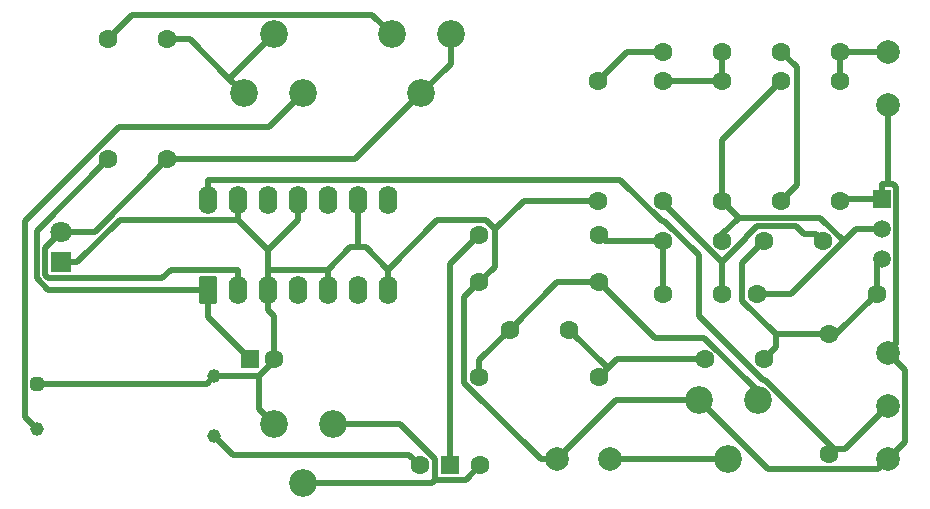
<source format=gbr>
%TF.GenerationSoftware,KiCad,Pcbnew,9.0.6*%
%TF.CreationDate,2025-12-13T19:46:04+02:00*%
%TF.ProjectId,colorsound_wah,636f6c6f-7273-46f7-956e-645f7761682e,rev?*%
%TF.SameCoordinates,Original*%
%TF.FileFunction,Copper,L2,Bot*%
%TF.FilePolarity,Positive*%
%FSLAX46Y46*%
G04 Gerber Fmt 4.6, Leading zero omitted, Abs format (unit mm)*
G04 Created by KiCad (PCBNEW 9.0.6) date 2025-12-13 19:46:04*
%MOMM*%
%LPD*%
G01*
G04 APERTURE LIST*
G04 Aperture macros list*
%AMRoundRect*
0 Rectangle with rounded corners*
0 $1 Rounding radius*
0 $2 $3 $4 $5 $6 $7 $8 $9 X,Y pos of 4 corners*
0 Add a 4 corners polygon primitive as box body*
4,1,4,$2,$3,$4,$5,$6,$7,$8,$9,$2,$3,0*
0 Add four circle primitives for the rounded corners*
1,1,$1+$1,$2,$3*
1,1,$1+$1,$4,$5*
1,1,$1+$1,$6,$7*
1,1,$1+$1,$8,$9*
0 Add four rect primitives between the rounded corners*
20,1,$1+$1,$2,$3,$4,$5,0*
20,1,$1+$1,$4,$5,$6,$7,0*
20,1,$1+$1,$6,$7,$8,$9,0*
20,1,$1+$1,$8,$9,$2,$3,0*%
G04 Aperture macros list end*
%TA.AperFunction,ComponentPad*%
%ADD10RoundRect,0.250000X0.550000X-0.950000X0.550000X0.950000X-0.550000X0.950000X-0.550000X-0.950000X0*%
%TD*%
%TA.AperFunction,ComponentPad*%
%ADD11O,1.600000X2.400000*%
%TD*%
%TA.AperFunction,ComponentPad*%
%ADD12R,1.500000X1.500000*%
%TD*%
%TA.AperFunction,ComponentPad*%
%ADD13C,1.600000*%
%TD*%
%TA.AperFunction,ComponentPad*%
%ADD14C,2.340000*%
%TD*%
%TA.AperFunction,ComponentPad*%
%ADD15C,2.000000*%
%TD*%
%TA.AperFunction,ComponentPad*%
%ADD16RoundRect,0.250000X-0.550000X-0.550000X0.550000X-0.550000X0.550000X0.550000X-0.550000X0.550000X0*%
%TD*%
%TA.AperFunction,ComponentPad*%
%ADD17RoundRect,0.287500X-0.287500X-0.287500X0.287500X-0.287500X0.287500X0.287500X-0.287500X0.287500X0*%
%TD*%
%TA.AperFunction,ComponentPad*%
%ADD18C,1.150000*%
%TD*%
%TA.AperFunction,ComponentPad*%
%ADD19C,1.500000*%
%TD*%
%TA.AperFunction,ComponentPad*%
%ADD20R,1.800000X1.800000*%
%TD*%
%TA.AperFunction,ComponentPad*%
%ADD21C,1.800000*%
%TD*%
%TA.AperFunction,Conductor*%
%ADD22C,0.500000*%
%TD*%
G04 APERTURE END LIST*
D10*
%TO.P,U1,1*%
%TO.N,Net-(C6-Pad1)*%
X143960000Y-89620000D03*
D11*
%TO.P,U1,2*%
%TO.N,Net-(D1-A)*%
X146500000Y-89620000D03*
%TO.P,U1,3*%
%TO.N,GND*%
X149040000Y-89620000D03*
%TO.P,U1,4*%
%TO.N,unconnected-(U1-Pad4)*%
X151580000Y-89620000D03*
%TO.P,U1,5*%
%TO.N,GND*%
X154120000Y-89620000D03*
%TO.P,U1,6*%
%TO.N,unconnected-(U1-Pad6)*%
X156660000Y-89620000D03*
%TO.P,U1,7,VSS*%
%TO.N,GND*%
X159200000Y-89620000D03*
%TO.P,U1,8*%
%TO.N,unconnected-(U1-Pad8)*%
X159200000Y-82000000D03*
%TO.P,U1,9*%
%TO.N,GND*%
X156660000Y-82000000D03*
%TO.P,U1,10*%
%TO.N,unconnected-(U1-Pad10)*%
X154120000Y-82000000D03*
%TO.P,U1,11*%
%TO.N,GND*%
X151580000Y-82000000D03*
%TO.P,U1,12*%
%TO.N,unconnected-(U1-Pad12)*%
X149040000Y-82000000D03*
%TO.P,U1,13*%
%TO.N,GND*%
X146500000Y-82000000D03*
%TO.P,U1,14,VDD*%
%TO.N,VCC*%
X143960000Y-82000000D03*
%TD*%
D12*
%TO.P,SW1,1,B*%
%TO.N,Net-(SW1-B)*%
X164460000Y-104500000D03*
D13*
%TO.P,SW1,2,C*%
%TO.N,Net-(SW1-C)*%
X161920000Y-104500000D03*
%TO.P,SW1,3,A*%
%TO.N,Net-(SW1-A)*%
X167000000Y-104500000D03*
%TD*%
D14*
%TO.P,RV2,1,1*%
%TO.N,Net-(R10-Pad1)*%
X147000000Y-73000000D03*
%TO.P,RV2,2,2*%
X149500000Y-68000000D03*
%TO.P,RV2,3,3*%
%TO.N,Net-(U2-+)*%
X152000000Y-73000000D03*
%TD*%
D13*
%TO.P,R12,1*%
%TO.N,Net-(C7-Pad2)*%
X166920000Y-97000000D03*
%TO.P,R12,2*%
%TO.N,Net-(C2-Pad2)*%
X177080000Y-97000000D03*
%TD*%
%TO.P,R8,1*%
%TO.N,Net-(C3-Pad1)*%
X177000000Y-71920000D03*
%TO.P,R8,2*%
%TO.N,GND*%
X177000000Y-82080000D03*
%TD*%
%TO.P,R7,1*%
%TO.N,Net-(C5-Pad2)*%
X182500000Y-82080000D03*
%TO.P,R7,2*%
%TO.N,Net-(C3-Pad2)*%
X182500000Y-71920000D03*
%TD*%
%TO.P,R9,1*%
%TO.N,Net-(C4-Pad2)*%
X177080000Y-85000000D03*
%TO.P,R9,2*%
%TO.N,Net-(SW1-B)*%
X166920000Y-85000000D03*
%TD*%
%TO.P,R11,1*%
%TO.N,Net-(R11-Pad1)*%
X135500000Y-68420000D03*
%TO.P,R11,2*%
%TO.N,Net-(C6-Pad1)*%
X135500000Y-78580000D03*
%TD*%
D14*
%TO.P,RV4,1,1*%
%TO.N,Net-(C7-Pad2)*%
X190495000Y-99000000D03*
%TO.P,RV4,2,2*%
%TO.N,Output*%
X187995000Y-104000000D03*
%TO.P,RV4,3,3*%
%TO.N,GND*%
X185495000Y-99000000D03*
%TD*%
%TO.P,RV1,1,1*%
%TO.N,Net-(SW1-A)*%
X154500000Y-101000000D03*
%TO.P,RV1,2,2*%
X152000000Y-106000000D03*
%TO.P,RV1,3,3*%
%TO.N,GND*%
X149500000Y-101000000D03*
%TD*%
D13*
%TO.P,R6,1*%
%TO.N,Net-(C3-Pad2)*%
X187500000Y-71920000D03*
%TO.P,R6,2*%
%TO.N,Net-(Q1-B)*%
X187500000Y-82080000D03*
%TD*%
%TO.P,R3,1*%
%TO.N,Net-(Q1-C)*%
X200580000Y-90000000D03*
%TO.P,R3,2*%
%TO.N,Net-(Q1-B)*%
X190420000Y-90000000D03*
%TD*%
%TO.P,R2,2*%
%TO.N,GND*%
X197500000Y-82080000D03*
%TO.P,R2,1*%
%TO.N,Input guitar*%
X197500000Y-71920000D03*
%TD*%
D15*
%TO.P,H7,1,1*%
%TO.N,GND*%
X201500000Y-104000000D03*
%TD*%
%TO.P,H6,1,1*%
%TO.N,GND*%
X201500000Y-95000000D03*
%TD*%
%TO.P,H1,1,1*%
%TO.N,Input guitar*%
X201500000Y-69500000D03*
%TD*%
D13*
%TO.P,C5,1*%
%TO.N,Net-(C4-Pad2)*%
X182500000Y-90000000D03*
%TO.P,C5,2*%
%TO.N,Net-(C5-Pad2)*%
X187500000Y-90000000D03*
%TD*%
D15*
%TO.P,H4,1,1*%
%TO.N,GND*%
X173500000Y-104000000D03*
%TD*%
D13*
%TO.P,R1,2*%
%TO.N,Net-(C1-Pad2)*%
X192500000Y-82080000D03*
%TO.P,R1,1*%
%TO.N,Net-(Q1-B)*%
X192500000Y-71920000D03*
%TD*%
D15*
%TO.P,H2,1,1*%
%TO.N,Output*%
X178000000Y-104000000D03*
%TD*%
%TO.P,H3,1,1*%
%TO.N,VCC*%
X201500000Y-99500000D03*
%TD*%
%TO.P,H5,1,1*%
%TO.N,GND*%
X201500000Y-74000000D03*
%TD*%
D13*
%TO.P,C7,2*%
%TO.N,Net-(C7-Pad2)*%
X169500000Y-93000000D03*
%TO.P,C7,1*%
%TO.N,Net-(C2-Pad2)*%
X174500000Y-93000000D03*
%TD*%
%TO.P,C8,1*%
%TO.N,Net-(C5-Pad2)*%
X196000000Y-85500000D03*
%TO.P,C8,2*%
%TO.N,Net-(Q1-C)*%
X191000000Y-85500000D03*
%TD*%
%TO.P,C4,1*%
%TO.N,Net-(Q1-B)*%
X187500000Y-85500000D03*
%TO.P,C4,2*%
%TO.N,Net-(C4-Pad2)*%
X182500000Y-85500000D03*
%TD*%
%TO.P,C2,2*%
%TO.N,Net-(C2-Pad2)*%
X186000000Y-95500000D03*
%TO.P,C2,1*%
%TO.N,Net-(Q1-C)*%
X191000000Y-95500000D03*
%TD*%
%TO.P,C1,2*%
%TO.N,Net-(C1-Pad2)*%
X192500000Y-69500000D03*
%TO.P,C1,1*%
%TO.N,Input guitar*%
X197500000Y-69500000D03*
%TD*%
%TO.P,R5,1*%
%TO.N,Net-(C7-Pad2)*%
X177080000Y-89000000D03*
%TO.P,R5,2*%
%TO.N,GND*%
X166920000Y-89000000D03*
%TD*%
%TO.P,R10,1*%
%TO.N,Net-(R10-Pad1)*%
X140500000Y-68420000D03*
%TO.P,R10,2*%
%TO.N,Net-(D1-A)*%
X140500000Y-78580000D03*
%TD*%
D16*
%TO.P,C6,1*%
%TO.N,Net-(C6-Pad1)*%
X147544900Y-95500000D03*
D13*
%TO.P,C6,2*%
%TO.N,GND*%
X149544900Y-95500000D03*
%TD*%
%TO.P,R4,2*%
%TO.N,Net-(Q1-C)*%
X196500000Y-93420000D03*
%TO.P,R4,1*%
%TO.N,VCC*%
X196500000Y-103580000D03*
%TD*%
D14*
%TO.P,RV3,1,1*%
%TO.N,Net-(D1-A)*%
X164500000Y-68000000D03*
%TO.P,RV3,2,2*%
X162000000Y-73000000D03*
%TO.P,RV3,3,3*%
%TO.N,Net-(R11-Pad1)*%
X159500000Y-68000000D03*
%TD*%
D17*
%TO.P,U2,1,-*%
%TO.N,GND*%
X129500000Y-97600000D03*
D18*
%TO.P,U2,2,+*%
%TO.N,Net-(U2-+)*%
X129500000Y-101400000D03*
%TO.P,U2,3*%
%TO.N,GND*%
X144500000Y-96960000D03*
%TO.P,U2,4*%
%TO.N,Net-(SW1-C)*%
X144500000Y-102040000D03*
%TD*%
D19*
%TO.P,Q1,3,C*%
%TO.N,Net-(Q1-C)*%
X201000000Y-87000000D03*
%TO.P,Q1,2,B*%
%TO.N,Net-(Q1-B)*%
X201000000Y-84460000D03*
D12*
%TO.P,Q1,1,E*%
%TO.N,GND*%
X201000000Y-81920000D03*
%TD*%
D20*
%TO.P,D1,1,K*%
%TO.N,GND*%
X131500000Y-87270000D03*
D21*
%TO.P,D1,2,A*%
%TO.N,Net-(D1-A)*%
X131500000Y-84730000D03*
%TD*%
D13*
%TO.P,C3,1*%
%TO.N,Net-(C3-Pad1)*%
X182500000Y-69500000D03*
%TO.P,C3,2*%
%TO.N,Net-(C3-Pad2)*%
X187500000Y-69500000D03*
%TD*%
D22*
%TO.N,Net-(SW1-C)*%
X161008000Y-103588000D02*
X161920000Y-104500000D01*
X146048000Y-103588000D02*
X161008000Y-103588000D01*
X144500000Y-102040000D02*
X146048000Y-103588000D01*
%TO.N,Output*%
X178000000Y-104000000D02*
X187995000Y-104000000D01*
%TO.N,Net-(U2-+)*%
X149122000Y-75878000D02*
X152000000Y-73000000D01*
X136419800Y-75878000D02*
X149122000Y-75878000D01*
X128468200Y-83829600D02*
X136419800Y-75878000D01*
X128468200Y-100368200D02*
X128468200Y-83829600D01*
X129500000Y-101400000D02*
X128468200Y-100368200D01*
%TO.N,Net-(SW1-A)*%
X165781300Y-105718700D02*
X167000000Y-104500000D01*
X163188800Y-105718700D02*
X165781300Y-105718700D01*
X163188800Y-103979000D02*
X163188800Y-105718700D01*
X160209800Y-101000000D02*
X163188800Y-103979000D01*
X154500000Y-101000000D02*
X160209800Y-101000000D01*
X162907500Y-106000000D02*
X152000000Y-106000000D01*
X163188800Y-105718700D02*
X162907500Y-106000000D01*
%TO.N,Net-(R11-Pad1)*%
X157879300Y-66379300D02*
X159500000Y-68000000D01*
X137540700Y-66379300D02*
X157879300Y-66379300D01*
X135500000Y-68420000D02*
X137540700Y-66379300D01*
%TO.N,Net-(R10-Pad1)*%
X149500000Y-68000000D02*
X145750000Y-71750000D01*
X142420000Y-68420000D02*
X145750000Y-71750000D01*
X140500000Y-68420000D02*
X142420000Y-68420000D01*
X145750000Y-71750000D02*
X147000000Y-73000000D01*
%TO.N,Net-(SW1-B)*%
X164460000Y-87460000D02*
X164460000Y-104500000D01*
X166920000Y-85000000D02*
X164460000Y-87460000D01*
%TO.N,VCC*%
X143960000Y-82000000D02*
X143960000Y-80300000D01*
X196500000Y-103580000D02*
X196934200Y-103145800D01*
X197854200Y-103145800D02*
X196934200Y-103145800D01*
X201500000Y-99500000D02*
X197854200Y-103145800D01*
X178870200Y-80300000D02*
X143960000Y-80300000D01*
X182360200Y-83790000D02*
X178870200Y-80300000D01*
X182593000Y-83790000D02*
X182360200Y-83790000D01*
X185523800Y-86720800D02*
X182593000Y-83790000D01*
X185523800Y-91860900D02*
X185523800Y-86720800D01*
X190975600Y-97312700D02*
X185523800Y-91860900D01*
X191101100Y-97312700D02*
X190975600Y-97312700D01*
X196934200Y-103145800D02*
X191101100Y-97312700D01*
%TO.N,Net-(D1-A)*%
X156420000Y-78580000D02*
X162000000Y-73000000D01*
X140500000Y-78580000D02*
X156420000Y-78580000D01*
X164500000Y-70500000D02*
X164500000Y-68000000D01*
X162000000Y-73000000D02*
X164500000Y-70500000D01*
X134350000Y-84730000D02*
X131500000Y-84730000D01*
X140500000Y-78580000D02*
X134350000Y-84730000D01*
X140779500Y-87920000D02*
X146500000Y-87920000D01*
X140079300Y-88620200D02*
X140779500Y-87920000D01*
X130402900Y-88620200D02*
X140079300Y-88620200D01*
X130149800Y-88367100D02*
X130402900Y-88620200D01*
X130149800Y-86080200D02*
X130149800Y-88367100D01*
X131500000Y-84730000D02*
X130149800Y-86080200D01*
X146500000Y-89620000D02*
X146500000Y-87920000D01*
%TO.N,Net-(C7-Pad2)*%
X166920000Y-95580000D02*
X166920000Y-97000000D01*
X169500000Y-93000000D02*
X166920000Y-95580000D01*
X173500000Y-89000000D02*
X169500000Y-93000000D01*
X177080000Y-89000000D02*
X173500000Y-89000000D01*
X190495000Y-98201300D02*
X190495000Y-99000000D01*
X185971100Y-93677400D02*
X190495000Y-98201300D01*
X181757400Y-93677400D02*
X185971100Y-93677400D01*
X177080000Y-89000000D02*
X181757400Y-93677400D01*
%TO.N,GND*%
X197660000Y-81920000D02*
X197500000Y-82080000D01*
X201000000Y-81920000D02*
X197660000Y-81920000D01*
X143860000Y-97600000D02*
X144500000Y-96960000D01*
X129500000Y-97600000D02*
X143860000Y-97600000D01*
X148244400Y-99744400D02*
X149500000Y-101000000D01*
X148244400Y-96960000D02*
X148244400Y-99744400D01*
X144500000Y-96960000D02*
X148244400Y-96960000D01*
X201500000Y-74000000D02*
X201500000Y-80666500D01*
X201496500Y-80670000D02*
X201500000Y-80666500D01*
X201000000Y-80670000D02*
X201496500Y-80670000D01*
X202246400Y-94253600D02*
X201500000Y-95000000D01*
X202246400Y-80952200D02*
X202246400Y-94253600D01*
X201960700Y-80666500D02*
X202246400Y-80952200D01*
X201500000Y-80666500D02*
X201960700Y-80666500D01*
X201000000Y-81920000D02*
X201000000Y-80670000D01*
X149544900Y-95659500D02*
X149544900Y-95500000D01*
X148244400Y-96960000D02*
X149544900Y-95659500D01*
X149544900Y-91824900D02*
X149040000Y-91320000D01*
X149544900Y-95500000D02*
X149544900Y-91824900D01*
X146500000Y-82000000D02*
X146500000Y-83700000D01*
X154120000Y-89620000D02*
X154120000Y-88120000D01*
X131500000Y-87270000D02*
X132900000Y-87270000D01*
X149040000Y-90053600D02*
X149040000Y-91320000D01*
X149040000Y-90053600D02*
X149040000Y-89620000D01*
X149040000Y-89620000D02*
X149040000Y-87920000D01*
X202961300Y-102538700D02*
X201500000Y-104000000D01*
X202961300Y-96461300D02*
X202961300Y-102538700D01*
X201500000Y-95000000D02*
X202961300Y-96461300D01*
X178500000Y-99000000D02*
X185495000Y-99000000D01*
X173500000Y-104000000D02*
X178500000Y-99000000D01*
X200668000Y-104832000D02*
X201500000Y-104000000D01*
X191327000Y-104832000D02*
X200668000Y-104832000D01*
X185495000Y-99000000D02*
X191327000Y-104832000D01*
X149040000Y-87920000D02*
X154120000Y-87920000D01*
X154120000Y-87920000D02*
X154120000Y-88120000D01*
X159200000Y-89620000D02*
X159200000Y-87920000D01*
X156660000Y-86021800D02*
X156660000Y-82000000D01*
X156018200Y-86021800D02*
X156660000Y-86021800D01*
X154120000Y-87920000D02*
X156018200Y-86021800D01*
X157301800Y-86021800D02*
X159200000Y-87920000D01*
X156660000Y-86021800D02*
X157301800Y-86021800D01*
X170682500Y-82080000D02*
X177000000Y-82080000D01*
X168241300Y-84521200D02*
X170682500Y-82080000D01*
X167469900Y-83749800D02*
X168241300Y-84521200D01*
X163370200Y-83749800D02*
X167469900Y-83749800D01*
X159200000Y-87920000D02*
X163370200Y-83749800D01*
X168241300Y-87678700D02*
X166920000Y-89000000D01*
X168241300Y-84521200D02*
X168241300Y-87678700D01*
X136470000Y-83700000D02*
X146500000Y-83700000D01*
X132900000Y-87270000D02*
X136470000Y-83700000D01*
X151580000Y-82000000D02*
X151580000Y-83700000D01*
X149040000Y-86240000D02*
X151580000Y-83700000D01*
X146500000Y-83700000D02*
X149040000Y-86240000D01*
X149040000Y-86240000D02*
X149040000Y-87920000D01*
X165669800Y-90250200D02*
X166920000Y-89000000D01*
X165669800Y-97523700D02*
X165669800Y-90250200D01*
X172146100Y-104000000D02*
X165669800Y-97523700D01*
X173500000Y-104000000D02*
X172146100Y-104000000D01*
%TO.N,Net-(C6-Pad1)*%
X143960000Y-91915100D02*
X143960000Y-89620000D01*
X147544900Y-95500000D02*
X143960000Y-91915100D01*
X129449700Y-84630300D02*
X135500000Y-78580000D01*
X129449700Y-88657200D02*
X129449700Y-84630300D01*
X130412500Y-89620000D02*
X129449700Y-88657200D01*
X143960000Y-89620000D02*
X130412500Y-89620000D01*
%TO.N,Net-(C5-Pad2)*%
X187502200Y-87270200D02*
X187502200Y-87270100D01*
X187502200Y-89997800D02*
X187502200Y-87270200D01*
X187500000Y-90000000D02*
X187502200Y-89997800D01*
X182500000Y-82268000D02*
X182500000Y-82080000D01*
X187502200Y-87270100D02*
X182500000Y-82268000D01*
X195417800Y-84917800D02*
X196000000Y-85500000D01*
X194427600Y-84917800D02*
X195417800Y-84917800D01*
X193727600Y-84217800D02*
X194427600Y-84917800D01*
X190421900Y-84217800D02*
X193727600Y-84217800D01*
X189497700Y-85142000D02*
X190421900Y-84217800D01*
X189497700Y-85274600D02*
X189497700Y-85142000D01*
X187502200Y-87270100D02*
X189497700Y-85274600D01*
%TO.N,Net-(Q1-B)*%
X187500000Y-76920000D02*
X187500000Y-82080000D01*
X192500000Y-71920000D02*
X187500000Y-76920000D01*
X198829300Y-84460000D02*
X197780600Y-85508700D01*
X201000000Y-84460000D02*
X198829300Y-84460000D01*
X193289300Y-90000000D02*
X190420000Y-90000000D01*
X197780600Y-85508700D02*
X193289300Y-90000000D01*
X187500000Y-84955200D02*
X188937600Y-83517600D01*
X187500000Y-85500000D02*
X187500000Y-84955200D01*
X195789400Y-83517600D02*
X188937600Y-83517600D01*
X197780600Y-85508700D02*
X195789400Y-83517600D01*
X188937600Y-83517600D02*
X187500000Y-82080000D01*
%TO.N,Net-(C4-Pad2)*%
X177580000Y-85500000D02*
X177080000Y-85000000D01*
X182500000Y-85500000D02*
X177580000Y-85500000D01*
X182500000Y-85500000D02*
X182500000Y-90000000D01*
%TO.N,Net-(C3-Pad1)*%
X179420000Y-69500000D02*
X177000000Y-71920000D01*
X182500000Y-69500000D02*
X179420000Y-69500000D01*
%TO.N,Net-(C3-Pad2)*%
X187500000Y-69500000D02*
X187500000Y-71920000D01*
X187500000Y-71920000D02*
X182500000Y-71920000D01*
%TO.N,Net-(C2-Pad2)*%
X174500000Y-93000000D02*
X177790000Y-96290000D01*
X178580000Y-95500000D02*
X177790000Y-96290000D01*
X186000000Y-95500000D02*
X178580000Y-95500000D01*
X177790000Y-96290000D02*
X177080000Y-97000000D01*
%TO.N,Net-(Q1-C)*%
X200580000Y-87420000D02*
X200580000Y-90000000D01*
X201000000Y-87000000D02*
X200580000Y-87420000D01*
X197160000Y-93420000D02*
X196500000Y-93420000D01*
X200580000Y-90000000D02*
X197160000Y-93420000D01*
X192038400Y-94461600D02*
X191000000Y-95500000D01*
X192038400Y-93420000D02*
X192038400Y-94461600D01*
X196500000Y-93420000D02*
X192038400Y-93420000D01*
X189166900Y-87333100D02*
X191000000Y-85500000D01*
X189166900Y-90548500D02*
X189166900Y-87333100D01*
X192038400Y-93420000D02*
X189166900Y-90548500D01*
%TO.N,Net-(C1-Pad2)*%
X193790100Y-80789900D02*
X192500000Y-82080000D01*
X193790100Y-70790100D02*
X193790100Y-80789900D01*
X192500000Y-69500000D02*
X193790100Y-70790100D01*
%TO.N,Input guitar*%
X197500000Y-69500000D02*
X201500000Y-69500000D01*
X197500000Y-69500000D02*
X197500000Y-71920000D01*
%TD*%
M02*

</source>
